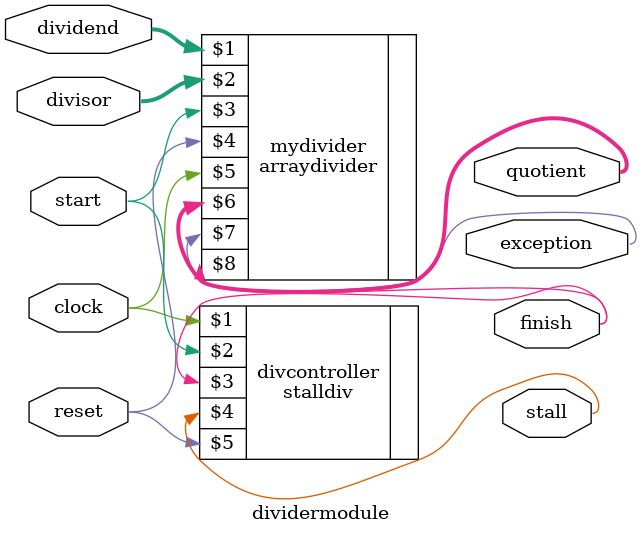
<source format=v>
module dividermodule(dividend, divisor, start, clock, reset, exception, stall, quotient,finish);

	input [31:0] dividend, divisor;
	input start, clock, reset;
	output finish, exception, stall;
	output [31:0] quotient;
	
	
	stalldiv divcontroller(clock, start, finish, stall, reset);
	
	arraydivider mydivider(dividend, divisor, start, reset, clock, quotient, exception, finish);


endmodule 

</source>
